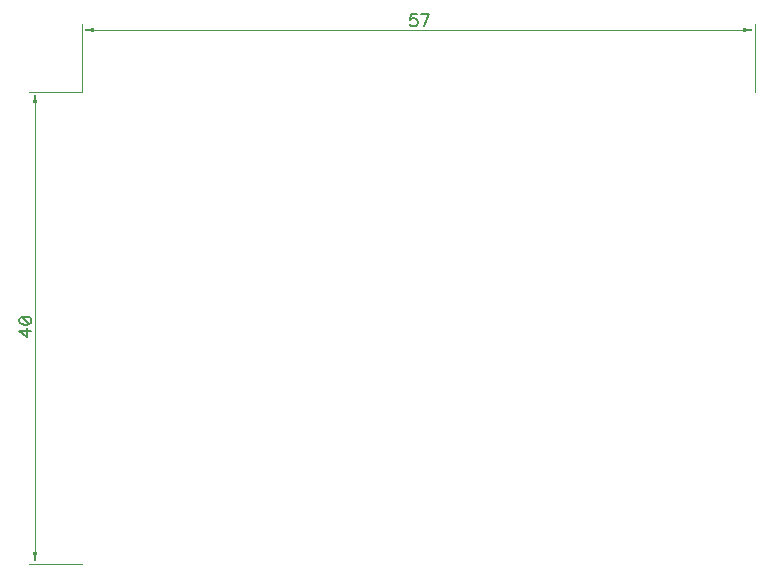
<source format=gbr>
G04 DipTrace 3.2.0.1*
G04 TopDimension.gbr*
%MOMM*%
G04 #@! TF.FileFunction,Drawing,Top*
G04 #@! TF.Part,Single*
%ADD13C,0.035*%
%ADD97C,0.15686*%
%FSLAX35Y35*%
G04*
G71*
G90*
G75*
G01*
G04 TopDimension*
%LPD*%
X-4500000Y4600000D2*
D13*
Y5170220D1*
X1200000Y4600000D2*
Y5170220D1*
X-1650000Y5120220D2*
X-4400000D1*
G36*
X-4500000D2*
X-4400000Y5140220D1*
Y5100220D1*
X-4500000Y5120220D1*
G37*
X-1650000D2*
D13*
X1100000D1*
G36*
X1200000D2*
X1100000Y5100220D1*
Y5140220D1*
X1200000Y5120220D1*
G37*
X-4500000Y4600000D2*
D13*
X-4947220D1*
X-4500000Y600000D2*
X-4947220D1*
X-4897220Y2600000D2*
Y4500000D1*
G36*
Y4600000D2*
X-4877220Y4500000D1*
X-4917220D1*
X-4897220Y4600000D1*
G37*
Y2600000D2*
D13*
Y700000D1*
G36*
Y600000D2*
X-4917220Y700000D1*
X-4877220D1*
X-4897220Y600000D1*
G37*
X-1667614Y5253211D2*
D97*
X-1716131D1*
X-1720960Y5209523D1*
X-1716131Y5214352D1*
X-1701531Y5219294D1*
X-1687043D1*
X-1672443Y5214352D1*
X-1662672Y5204694D1*
X-1657843Y5190094D1*
Y5180435D1*
X-1662672Y5165835D1*
X-1672443Y5156065D1*
X-1687043Y5151235D1*
X-1701531D1*
X-1716131Y5156065D1*
X-1720960Y5161006D1*
X-1725902Y5170665D1*
X-1607041Y5151235D2*
X-1558412Y5253211D1*
X-1626471D1*
X-4928235Y2570313D2*
X-5030211D1*
X-4962265Y2521684D1*
Y2594571D1*
X-5030211Y2655144D2*
X-5025381Y2640544D1*
X-5010781Y2630773D1*
X-4986523Y2625944D1*
X-4971923D1*
X-4947665Y2630773D1*
X-4933065Y2640544D1*
X-4928235Y2655144D1*
Y2664802D1*
X-4933065Y2679402D1*
X-4947665Y2689061D1*
X-4971923Y2694002D1*
X-4986523D1*
X-5010781Y2689061D1*
X-5025381Y2679402D1*
X-5030211Y2664802D1*
Y2655144D1*
X-5010781Y2689061D2*
X-4947665Y2630773D1*
M02*

</source>
